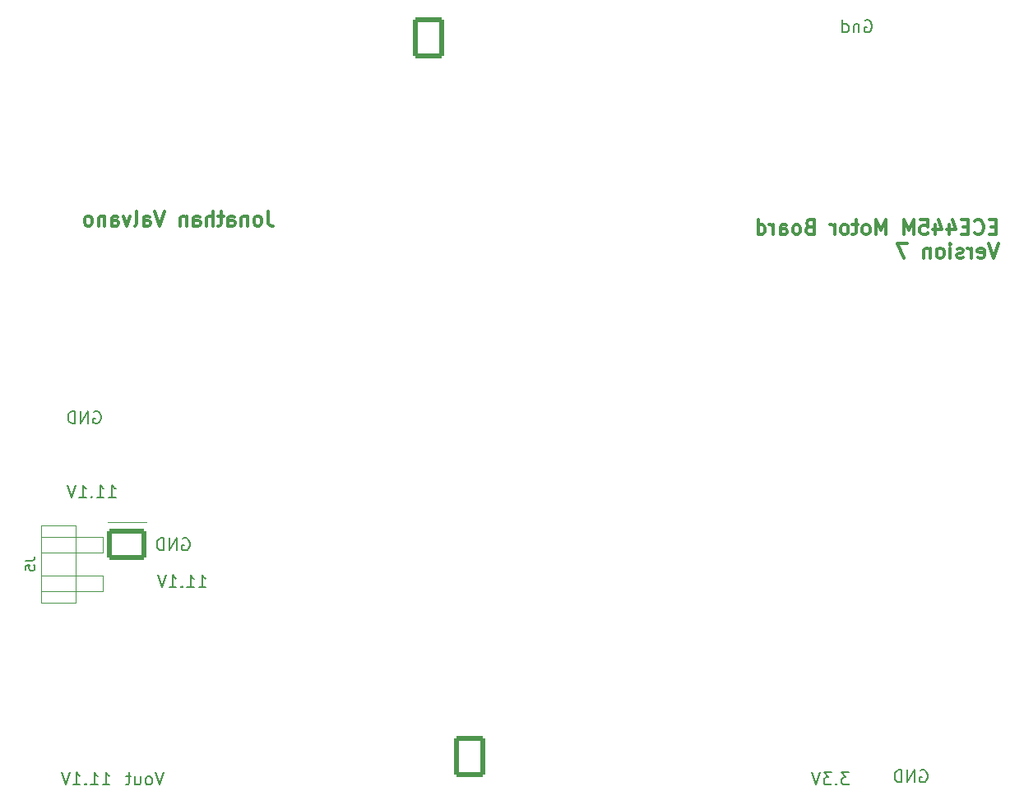
<source format=gbo>
G04 #@! TF.GenerationSoftware,KiCad,Pcbnew,9.0.5*
G04 #@! TF.CreationDate,2025-12-23T11:29:20-06:00*
G04 #@! TF.ProjectId,MotorBoard,4d6f746f-7242-46f6-9172-642e6b696361,v7*
G04 #@! TF.SameCoordinates,Original*
G04 #@! TF.FileFunction,Legend,Bot*
G04 #@! TF.FilePolarity,Positive*
%FSLAX46Y46*%
G04 Gerber Fmt 4.6, Leading zero omitted, Abs format (unit mm)*
G04 Created by KiCad (PCBNEW 9.0.5) date 2025-12-23 11:29:20*
%MOMM*%
%LPD*%
G01*
G04 APERTURE LIST*
G04 Aperture macros list*
%AMRoundRect*
0 Rectangle with rounded corners*
0 $1 Rounding radius*
0 $2 $3 $4 $5 $6 $7 $8 $9 X,Y pos of 4 corners*
0 Add a 4 corners polygon primitive as box body*
4,1,4,$2,$3,$4,$5,$6,$7,$8,$9,$2,$3,0*
0 Add four circle primitives for the rounded corners*
1,1,$1+$1,$2,$3*
1,1,$1+$1,$4,$5*
1,1,$1+$1,$6,$7*
1,1,$1+$1,$8,$9*
0 Add four rect primitives between the rounded corners*
20,1,$1+$1,$2,$3,$4,$5,0*
20,1,$1+$1,$4,$5,$6,$7,0*
20,1,$1+$1,$6,$7,$8,$9,0*
20,1,$1+$1,$8,$9,$2,$3,0*%
G04 Aperture macros list end*
%ADD10C,0.203200*%
%ADD11C,0.300000*%
%ADD12C,0.150000*%
%ADD13C,0.120000*%
%ADD14R,1.700000X1.700000*%
%ADD15O,1.700000X1.700000*%
%ADD16C,1.700000*%
%ADD17RoundRect,0.250000X-1.330000X-1.850000X1.330000X-1.850000X1.330000X1.850000X-1.330000X1.850000X0*%
%ADD18O,3.160000X4.200000*%
%ADD19R,1.778000X1.778000*%
%ADD20C,1.778000*%
%ADD21C,4.318000*%
%ADD22C,1.100000*%
%ADD23R,1.650000X1.650000*%
%ADD24C,1.650000*%
%ADD25RoundRect,0.250000X1.330000X1.850000X-1.330000X1.850000X-1.330000X-1.850000X1.330000X-1.850000X0*%
%ADD26RoundRect,0.250000X-1.800000X1.330000X-1.800000X-1.330000X1.800000X-1.330000X1.800000X1.330000X0*%
%ADD27O,4.100000X3.160000*%
G04 APERTURE END LIST*
D10*
X60578363Y-114769009D02*
X60155030Y-116039009D01*
X60155030Y-116039009D02*
X59731696Y-114769009D01*
X59126935Y-116039009D02*
X59247887Y-115978533D01*
X59247887Y-115978533D02*
X59308364Y-115918056D01*
X59308364Y-115918056D02*
X59368840Y-115797104D01*
X59368840Y-115797104D02*
X59368840Y-115434247D01*
X59368840Y-115434247D02*
X59308364Y-115313294D01*
X59308364Y-115313294D02*
X59247887Y-115252818D01*
X59247887Y-115252818D02*
X59126935Y-115192342D01*
X59126935Y-115192342D02*
X58945506Y-115192342D01*
X58945506Y-115192342D02*
X58824554Y-115252818D01*
X58824554Y-115252818D02*
X58764078Y-115313294D01*
X58764078Y-115313294D02*
X58703602Y-115434247D01*
X58703602Y-115434247D02*
X58703602Y-115797104D01*
X58703602Y-115797104D02*
X58764078Y-115918056D01*
X58764078Y-115918056D02*
X58824554Y-115978533D01*
X58824554Y-115978533D02*
X58945506Y-116039009D01*
X58945506Y-116039009D02*
X59126935Y-116039009D01*
X57615030Y-115192342D02*
X57615030Y-116039009D01*
X58159316Y-115192342D02*
X58159316Y-115857580D01*
X58159316Y-115857580D02*
X58098839Y-115978533D01*
X58098839Y-115978533D02*
X57977887Y-116039009D01*
X57977887Y-116039009D02*
X57796458Y-116039009D01*
X57796458Y-116039009D02*
X57675506Y-115978533D01*
X57675506Y-115978533D02*
X57615030Y-115918056D01*
X57191696Y-115192342D02*
X56707887Y-115192342D01*
X57010268Y-114769009D02*
X57010268Y-115857580D01*
X57010268Y-115857580D02*
X56949791Y-115978533D01*
X56949791Y-115978533D02*
X56828839Y-116039009D01*
X56828839Y-116039009D02*
X56707887Y-116039009D01*
X54905696Y-86448009D02*
X55631411Y-86448009D01*
X55268554Y-86448009D02*
X55268554Y-85178009D01*
X55268554Y-85178009D02*
X55389506Y-85359437D01*
X55389506Y-85359437D02*
X55510458Y-85480390D01*
X55510458Y-85480390D02*
X55631411Y-85540866D01*
X53696172Y-86448009D02*
X54421887Y-86448009D01*
X54059030Y-86448009D02*
X54059030Y-85178009D01*
X54059030Y-85178009D02*
X54179982Y-85359437D01*
X54179982Y-85359437D02*
X54300934Y-85480390D01*
X54300934Y-85480390D02*
X54421887Y-85540866D01*
X53151887Y-86327056D02*
X53091410Y-86387533D01*
X53091410Y-86387533D02*
X53151887Y-86448009D01*
X53151887Y-86448009D02*
X53212363Y-86387533D01*
X53212363Y-86387533D02*
X53151887Y-86327056D01*
X53151887Y-86327056D02*
X53151887Y-86448009D01*
X51881886Y-86448009D02*
X52607601Y-86448009D01*
X52244744Y-86448009D02*
X52244744Y-85178009D01*
X52244744Y-85178009D02*
X52365696Y-85359437D01*
X52365696Y-85359437D02*
X52486648Y-85480390D01*
X52486648Y-85480390D02*
X52607601Y-85540866D01*
X51519029Y-85178009D02*
X51095696Y-86448009D01*
X51095696Y-86448009D02*
X50672362Y-85178009D01*
D11*
X71279917Y-56974828D02*
X71279917Y-58046257D01*
X71279917Y-58046257D02*
X71351346Y-58260542D01*
X71351346Y-58260542D02*
X71494203Y-58403400D01*
X71494203Y-58403400D02*
X71708489Y-58474828D01*
X71708489Y-58474828D02*
X71851346Y-58474828D01*
X70351346Y-58474828D02*
X70494203Y-58403400D01*
X70494203Y-58403400D02*
X70565632Y-58331971D01*
X70565632Y-58331971D02*
X70637060Y-58189114D01*
X70637060Y-58189114D02*
X70637060Y-57760542D01*
X70637060Y-57760542D02*
X70565632Y-57617685D01*
X70565632Y-57617685D02*
X70494203Y-57546257D01*
X70494203Y-57546257D02*
X70351346Y-57474828D01*
X70351346Y-57474828D02*
X70137060Y-57474828D01*
X70137060Y-57474828D02*
X69994203Y-57546257D01*
X69994203Y-57546257D02*
X69922775Y-57617685D01*
X69922775Y-57617685D02*
X69851346Y-57760542D01*
X69851346Y-57760542D02*
X69851346Y-58189114D01*
X69851346Y-58189114D02*
X69922775Y-58331971D01*
X69922775Y-58331971D02*
X69994203Y-58403400D01*
X69994203Y-58403400D02*
X70137060Y-58474828D01*
X70137060Y-58474828D02*
X70351346Y-58474828D01*
X69208489Y-57474828D02*
X69208489Y-58474828D01*
X69208489Y-57617685D02*
X69137060Y-57546257D01*
X69137060Y-57546257D02*
X68994203Y-57474828D01*
X68994203Y-57474828D02*
X68779917Y-57474828D01*
X68779917Y-57474828D02*
X68637060Y-57546257D01*
X68637060Y-57546257D02*
X68565632Y-57689114D01*
X68565632Y-57689114D02*
X68565632Y-58474828D01*
X67208489Y-58474828D02*
X67208489Y-57689114D01*
X67208489Y-57689114D02*
X67279917Y-57546257D01*
X67279917Y-57546257D02*
X67422774Y-57474828D01*
X67422774Y-57474828D02*
X67708489Y-57474828D01*
X67708489Y-57474828D02*
X67851346Y-57546257D01*
X67208489Y-58403400D02*
X67351346Y-58474828D01*
X67351346Y-58474828D02*
X67708489Y-58474828D01*
X67708489Y-58474828D02*
X67851346Y-58403400D01*
X67851346Y-58403400D02*
X67922774Y-58260542D01*
X67922774Y-58260542D02*
X67922774Y-58117685D01*
X67922774Y-58117685D02*
X67851346Y-57974828D01*
X67851346Y-57974828D02*
X67708489Y-57903400D01*
X67708489Y-57903400D02*
X67351346Y-57903400D01*
X67351346Y-57903400D02*
X67208489Y-57831971D01*
X66708488Y-57474828D02*
X66137060Y-57474828D01*
X66494203Y-56974828D02*
X66494203Y-58260542D01*
X66494203Y-58260542D02*
X66422774Y-58403400D01*
X66422774Y-58403400D02*
X66279917Y-58474828D01*
X66279917Y-58474828D02*
X66137060Y-58474828D01*
X65637060Y-58474828D02*
X65637060Y-56974828D01*
X64994203Y-58474828D02*
X64994203Y-57689114D01*
X64994203Y-57689114D02*
X65065631Y-57546257D01*
X65065631Y-57546257D02*
X65208488Y-57474828D01*
X65208488Y-57474828D02*
X65422774Y-57474828D01*
X65422774Y-57474828D02*
X65565631Y-57546257D01*
X65565631Y-57546257D02*
X65637060Y-57617685D01*
X63637060Y-58474828D02*
X63637060Y-57689114D01*
X63637060Y-57689114D02*
X63708488Y-57546257D01*
X63708488Y-57546257D02*
X63851345Y-57474828D01*
X63851345Y-57474828D02*
X64137060Y-57474828D01*
X64137060Y-57474828D02*
X64279917Y-57546257D01*
X63637060Y-58403400D02*
X63779917Y-58474828D01*
X63779917Y-58474828D02*
X64137060Y-58474828D01*
X64137060Y-58474828D02*
X64279917Y-58403400D01*
X64279917Y-58403400D02*
X64351345Y-58260542D01*
X64351345Y-58260542D02*
X64351345Y-58117685D01*
X64351345Y-58117685D02*
X64279917Y-57974828D01*
X64279917Y-57974828D02*
X64137060Y-57903400D01*
X64137060Y-57903400D02*
X63779917Y-57903400D01*
X63779917Y-57903400D02*
X63637060Y-57831971D01*
X62922774Y-57474828D02*
X62922774Y-58474828D01*
X62922774Y-57617685D02*
X62851345Y-57546257D01*
X62851345Y-57546257D02*
X62708488Y-57474828D01*
X62708488Y-57474828D02*
X62494202Y-57474828D01*
X62494202Y-57474828D02*
X62351345Y-57546257D01*
X62351345Y-57546257D02*
X62279917Y-57689114D01*
X62279917Y-57689114D02*
X62279917Y-58474828D01*
X60637059Y-56974828D02*
X60137059Y-58474828D01*
X60137059Y-58474828D02*
X59637059Y-56974828D01*
X58494203Y-58474828D02*
X58494203Y-57689114D01*
X58494203Y-57689114D02*
X58565631Y-57546257D01*
X58565631Y-57546257D02*
X58708488Y-57474828D01*
X58708488Y-57474828D02*
X58994203Y-57474828D01*
X58994203Y-57474828D02*
X59137060Y-57546257D01*
X58494203Y-58403400D02*
X58637060Y-58474828D01*
X58637060Y-58474828D02*
X58994203Y-58474828D01*
X58994203Y-58474828D02*
X59137060Y-58403400D01*
X59137060Y-58403400D02*
X59208488Y-58260542D01*
X59208488Y-58260542D02*
X59208488Y-58117685D01*
X59208488Y-58117685D02*
X59137060Y-57974828D01*
X59137060Y-57974828D02*
X58994203Y-57903400D01*
X58994203Y-57903400D02*
X58637060Y-57903400D01*
X58637060Y-57903400D02*
X58494203Y-57831971D01*
X57565631Y-58474828D02*
X57708488Y-58403400D01*
X57708488Y-58403400D02*
X57779917Y-58260542D01*
X57779917Y-58260542D02*
X57779917Y-56974828D01*
X57137060Y-57474828D02*
X56779917Y-58474828D01*
X56779917Y-58474828D02*
X56422774Y-57474828D01*
X55208489Y-58474828D02*
X55208489Y-57689114D01*
X55208489Y-57689114D02*
X55279917Y-57546257D01*
X55279917Y-57546257D02*
X55422774Y-57474828D01*
X55422774Y-57474828D02*
X55708489Y-57474828D01*
X55708489Y-57474828D02*
X55851346Y-57546257D01*
X55208489Y-58403400D02*
X55351346Y-58474828D01*
X55351346Y-58474828D02*
X55708489Y-58474828D01*
X55708489Y-58474828D02*
X55851346Y-58403400D01*
X55851346Y-58403400D02*
X55922774Y-58260542D01*
X55922774Y-58260542D02*
X55922774Y-58117685D01*
X55922774Y-58117685D02*
X55851346Y-57974828D01*
X55851346Y-57974828D02*
X55708489Y-57903400D01*
X55708489Y-57903400D02*
X55351346Y-57903400D01*
X55351346Y-57903400D02*
X55208489Y-57831971D01*
X54494203Y-57474828D02*
X54494203Y-58474828D01*
X54494203Y-57617685D02*
X54422774Y-57546257D01*
X54422774Y-57546257D02*
X54279917Y-57474828D01*
X54279917Y-57474828D02*
X54065631Y-57474828D01*
X54065631Y-57474828D02*
X53922774Y-57546257D01*
X53922774Y-57546257D02*
X53851346Y-57689114D01*
X53851346Y-57689114D02*
X53851346Y-58474828D01*
X52922774Y-58474828D02*
X53065631Y-58403400D01*
X53065631Y-58403400D02*
X53137060Y-58331971D01*
X53137060Y-58331971D02*
X53208488Y-58189114D01*
X53208488Y-58189114D02*
X53208488Y-57760542D01*
X53208488Y-57760542D02*
X53137060Y-57617685D01*
X53137060Y-57617685D02*
X53065631Y-57546257D01*
X53065631Y-57546257D02*
X52922774Y-57474828D01*
X52922774Y-57474828D02*
X52708488Y-57474828D01*
X52708488Y-57474828D02*
X52565631Y-57546257D01*
X52565631Y-57546257D02*
X52494203Y-57617685D01*
X52494203Y-57617685D02*
X52422774Y-57760542D01*
X52422774Y-57760542D02*
X52422774Y-58189114D01*
X52422774Y-58189114D02*
X52494203Y-58331971D01*
X52494203Y-58331971D02*
X52565631Y-58403400D01*
X52565631Y-58403400D02*
X52708488Y-58474828D01*
X52708488Y-58474828D02*
X52922774Y-58474828D01*
D10*
X64176696Y-95719009D02*
X64902411Y-95719009D01*
X64539554Y-95719009D02*
X64539554Y-94449009D01*
X64539554Y-94449009D02*
X64660506Y-94630437D01*
X64660506Y-94630437D02*
X64781458Y-94751390D01*
X64781458Y-94751390D02*
X64902411Y-94811866D01*
X62967172Y-95719009D02*
X63692887Y-95719009D01*
X63330030Y-95719009D02*
X63330030Y-94449009D01*
X63330030Y-94449009D02*
X63450982Y-94630437D01*
X63450982Y-94630437D02*
X63571934Y-94751390D01*
X63571934Y-94751390D02*
X63692887Y-94811866D01*
X62422887Y-95598056D02*
X62362410Y-95658533D01*
X62362410Y-95658533D02*
X62422887Y-95719009D01*
X62422887Y-95719009D02*
X62483363Y-95658533D01*
X62483363Y-95658533D02*
X62422887Y-95598056D01*
X62422887Y-95598056D02*
X62422887Y-95719009D01*
X61152886Y-95719009D02*
X61878601Y-95719009D01*
X61515744Y-95719009D02*
X61515744Y-94449009D01*
X61515744Y-94449009D02*
X61636696Y-94630437D01*
X61636696Y-94630437D02*
X61757648Y-94751390D01*
X61757648Y-94751390D02*
X61878601Y-94811866D01*
X60790029Y-94449009D02*
X60366696Y-95719009D01*
X60366696Y-95719009D02*
X59943362Y-94449009D01*
X54265696Y-116039009D02*
X54991411Y-116039009D01*
X54628554Y-116039009D02*
X54628554Y-114769009D01*
X54628554Y-114769009D02*
X54749506Y-114950437D01*
X54749506Y-114950437D02*
X54870458Y-115071390D01*
X54870458Y-115071390D02*
X54991411Y-115131866D01*
X53056172Y-116039009D02*
X53781887Y-116039009D01*
X53419030Y-116039009D02*
X53419030Y-114769009D01*
X53419030Y-114769009D02*
X53539982Y-114950437D01*
X53539982Y-114950437D02*
X53660934Y-115071390D01*
X53660934Y-115071390D02*
X53781887Y-115131866D01*
X52511887Y-115918056D02*
X52451410Y-115978533D01*
X52451410Y-115978533D02*
X52511887Y-116039009D01*
X52511887Y-116039009D02*
X52572363Y-115978533D01*
X52572363Y-115978533D02*
X52511887Y-115918056D01*
X52511887Y-115918056D02*
X52511887Y-116039009D01*
X51241886Y-116039009D02*
X51967601Y-116039009D01*
X51604744Y-116039009D02*
X51604744Y-114769009D01*
X51604744Y-114769009D02*
X51725696Y-114950437D01*
X51725696Y-114950437D02*
X51846648Y-115071390D01*
X51846648Y-115071390D02*
X51967601Y-115131866D01*
X50879029Y-114769009D02*
X50455696Y-116039009D01*
X50455696Y-116039009D02*
X50032362Y-114769009D01*
D11*
X146257489Y-58576198D02*
X145757489Y-58576198D01*
X145543203Y-59361912D02*
X146257489Y-59361912D01*
X146257489Y-59361912D02*
X146257489Y-57861912D01*
X146257489Y-57861912D02*
X145543203Y-57861912D01*
X144043203Y-59219055D02*
X144114631Y-59290484D01*
X144114631Y-59290484D02*
X144328917Y-59361912D01*
X144328917Y-59361912D02*
X144471774Y-59361912D01*
X144471774Y-59361912D02*
X144686060Y-59290484D01*
X144686060Y-59290484D02*
X144828917Y-59147626D01*
X144828917Y-59147626D02*
X144900346Y-59004769D01*
X144900346Y-59004769D02*
X144971774Y-58719055D01*
X144971774Y-58719055D02*
X144971774Y-58504769D01*
X144971774Y-58504769D02*
X144900346Y-58219055D01*
X144900346Y-58219055D02*
X144828917Y-58076198D01*
X144828917Y-58076198D02*
X144686060Y-57933341D01*
X144686060Y-57933341D02*
X144471774Y-57861912D01*
X144471774Y-57861912D02*
X144328917Y-57861912D01*
X144328917Y-57861912D02*
X144114631Y-57933341D01*
X144114631Y-57933341D02*
X144043203Y-58004769D01*
X143400346Y-58576198D02*
X142900346Y-58576198D01*
X142686060Y-59361912D02*
X143400346Y-59361912D01*
X143400346Y-59361912D02*
X143400346Y-57861912D01*
X143400346Y-57861912D02*
X142686060Y-57861912D01*
X141400346Y-58361912D02*
X141400346Y-59361912D01*
X141757488Y-57790484D02*
X142114631Y-58861912D01*
X142114631Y-58861912D02*
X141186060Y-58861912D01*
X139971775Y-58361912D02*
X139971775Y-59361912D01*
X140328917Y-57790484D02*
X140686060Y-58861912D01*
X140686060Y-58861912D02*
X139757489Y-58861912D01*
X138471775Y-57861912D02*
X139186061Y-57861912D01*
X139186061Y-57861912D02*
X139257489Y-58576198D01*
X139257489Y-58576198D02*
X139186061Y-58504769D01*
X139186061Y-58504769D02*
X139043204Y-58433341D01*
X139043204Y-58433341D02*
X138686061Y-58433341D01*
X138686061Y-58433341D02*
X138543204Y-58504769D01*
X138543204Y-58504769D02*
X138471775Y-58576198D01*
X138471775Y-58576198D02*
X138400346Y-58719055D01*
X138400346Y-58719055D02*
X138400346Y-59076198D01*
X138400346Y-59076198D02*
X138471775Y-59219055D01*
X138471775Y-59219055D02*
X138543204Y-59290484D01*
X138543204Y-59290484D02*
X138686061Y-59361912D01*
X138686061Y-59361912D02*
X139043204Y-59361912D01*
X139043204Y-59361912D02*
X139186061Y-59290484D01*
X139186061Y-59290484D02*
X139257489Y-59219055D01*
X137757490Y-59361912D02*
X137757490Y-57861912D01*
X137757490Y-57861912D02*
X137257490Y-58933341D01*
X137257490Y-58933341D02*
X136757490Y-57861912D01*
X136757490Y-57861912D02*
X136757490Y-59361912D01*
X134900347Y-59361912D02*
X134900347Y-57861912D01*
X134900347Y-57861912D02*
X134400347Y-58933341D01*
X134400347Y-58933341D02*
X133900347Y-57861912D01*
X133900347Y-57861912D02*
X133900347Y-59361912D01*
X132971775Y-59361912D02*
X133114632Y-59290484D01*
X133114632Y-59290484D02*
X133186061Y-59219055D01*
X133186061Y-59219055D02*
X133257489Y-59076198D01*
X133257489Y-59076198D02*
X133257489Y-58647626D01*
X133257489Y-58647626D02*
X133186061Y-58504769D01*
X133186061Y-58504769D02*
X133114632Y-58433341D01*
X133114632Y-58433341D02*
X132971775Y-58361912D01*
X132971775Y-58361912D02*
X132757489Y-58361912D01*
X132757489Y-58361912D02*
X132614632Y-58433341D01*
X132614632Y-58433341D02*
X132543204Y-58504769D01*
X132543204Y-58504769D02*
X132471775Y-58647626D01*
X132471775Y-58647626D02*
X132471775Y-59076198D01*
X132471775Y-59076198D02*
X132543204Y-59219055D01*
X132543204Y-59219055D02*
X132614632Y-59290484D01*
X132614632Y-59290484D02*
X132757489Y-59361912D01*
X132757489Y-59361912D02*
X132971775Y-59361912D01*
X132043203Y-58361912D02*
X131471775Y-58361912D01*
X131828918Y-57861912D02*
X131828918Y-59147626D01*
X131828918Y-59147626D02*
X131757489Y-59290484D01*
X131757489Y-59290484D02*
X131614632Y-59361912D01*
X131614632Y-59361912D02*
X131471775Y-59361912D01*
X130757489Y-59361912D02*
X130900346Y-59290484D01*
X130900346Y-59290484D02*
X130971775Y-59219055D01*
X130971775Y-59219055D02*
X131043203Y-59076198D01*
X131043203Y-59076198D02*
X131043203Y-58647626D01*
X131043203Y-58647626D02*
X130971775Y-58504769D01*
X130971775Y-58504769D02*
X130900346Y-58433341D01*
X130900346Y-58433341D02*
X130757489Y-58361912D01*
X130757489Y-58361912D02*
X130543203Y-58361912D01*
X130543203Y-58361912D02*
X130400346Y-58433341D01*
X130400346Y-58433341D02*
X130328918Y-58504769D01*
X130328918Y-58504769D02*
X130257489Y-58647626D01*
X130257489Y-58647626D02*
X130257489Y-59076198D01*
X130257489Y-59076198D02*
X130328918Y-59219055D01*
X130328918Y-59219055D02*
X130400346Y-59290484D01*
X130400346Y-59290484D02*
X130543203Y-59361912D01*
X130543203Y-59361912D02*
X130757489Y-59361912D01*
X129614632Y-59361912D02*
X129614632Y-58361912D01*
X129614632Y-58647626D02*
X129543203Y-58504769D01*
X129543203Y-58504769D02*
X129471775Y-58433341D01*
X129471775Y-58433341D02*
X129328917Y-58361912D01*
X129328917Y-58361912D02*
X129186060Y-58361912D01*
X127043204Y-58576198D02*
X126828918Y-58647626D01*
X126828918Y-58647626D02*
X126757489Y-58719055D01*
X126757489Y-58719055D02*
X126686061Y-58861912D01*
X126686061Y-58861912D02*
X126686061Y-59076198D01*
X126686061Y-59076198D02*
X126757489Y-59219055D01*
X126757489Y-59219055D02*
X126828918Y-59290484D01*
X126828918Y-59290484D02*
X126971775Y-59361912D01*
X126971775Y-59361912D02*
X127543204Y-59361912D01*
X127543204Y-59361912D02*
X127543204Y-57861912D01*
X127543204Y-57861912D02*
X127043204Y-57861912D01*
X127043204Y-57861912D02*
X126900347Y-57933341D01*
X126900347Y-57933341D02*
X126828918Y-58004769D01*
X126828918Y-58004769D02*
X126757489Y-58147626D01*
X126757489Y-58147626D02*
X126757489Y-58290484D01*
X126757489Y-58290484D02*
X126828918Y-58433341D01*
X126828918Y-58433341D02*
X126900347Y-58504769D01*
X126900347Y-58504769D02*
X127043204Y-58576198D01*
X127043204Y-58576198D02*
X127543204Y-58576198D01*
X125828918Y-59361912D02*
X125971775Y-59290484D01*
X125971775Y-59290484D02*
X126043204Y-59219055D01*
X126043204Y-59219055D02*
X126114632Y-59076198D01*
X126114632Y-59076198D02*
X126114632Y-58647626D01*
X126114632Y-58647626D02*
X126043204Y-58504769D01*
X126043204Y-58504769D02*
X125971775Y-58433341D01*
X125971775Y-58433341D02*
X125828918Y-58361912D01*
X125828918Y-58361912D02*
X125614632Y-58361912D01*
X125614632Y-58361912D02*
X125471775Y-58433341D01*
X125471775Y-58433341D02*
X125400347Y-58504769D01*
X125400347Y-58504769D02*
X125328918Y-58647626D01*
X125328918Y-58647626D02*
X125328918Y-59076198D01*
X125328918Y-59076198D02*
X125400347Y-59219055D01*
X125400347Y-59219055D02*
X125471775Y-59290484D01*
X125471775Y-59290484D02*
X125614632Y-59361912D01*
X125614632Y-59361912D02*
X125828918Y-59361912D01*
X124043204Y-59361912D02*
X124043204Y-58576198D01*
X124043204Y-58576198D02*
X124114632Y-58433341D01*
X124114632Y-58433341D02*
X124257489Y-58361912D01*
X124257489Y-58361912D02*
X124543204Y-58361912D01*
X124543204Y-58361912D02*
X124686061Y-58433341D01*
X124043204Y-59290484D02*
X124186061Y-59361912D01*
X124186061Y-59361912D02*
X124543204Y-59361912D01*
X124543204Y-59361912D02*
X124686061Y-59290484D01*
X124686061Y-59290484D02*
X124757489Y-59147626D01*
X124757489Y-59147626D02*
X124757489Y-59004769D01*
X124757489Y-59004769D02*
X124686061Y-58861912D01*
X124686061Y-58861912D02*
X124543204Y-58790484D01*
X124543204Y-58790484D02*
X124186061Y-58790484D01*
X124186061Y-58790484D02*
X124043204Y-58719055D01*
X123328918Y-59361912D02*
X123328918Y-58361912D01*
X123328918Y-58647626D02*
X123257489Y-58504769D01*
X123257489Y-58504769D02*
X123186061Y-58433341D01*
X123186061Y-58433341D02*
X123043203Y-58361912D01*
X123043203Y-58361912D02*
X122900346Y-58361912D01*
X121757490Y-59361912D02*
X121757490Y-57861912D01*
X121757490Y-59290484D02*
X121900347Y-59361912D01*
X121900347Y-59361912D02*
X122186061Y-59361912D01*
X122186061Y-59361912D02*
X122328918Y-59290484D01*
X122328918Y-59290484D02*
X122400347Y-59219055D01*
X122400347Y-59219055D02*
X122471775Y-59076198D01*
X122471775Y-59076198D02*
X122471775Y-58647626D01*
X122471775Y-58647626D02*
X122400347Y-58504769D01*
X122400347Y-58504769D02*
X122328918Y-58433341D01*
X122328918Y-58433341D02*
X122186061Y-58361912D01*
X122186061Y-58361912D02*
X121900347Y-58361912D01*
X121900347Y-58361912D02*
X121757490Y-58433341D01*
X146471774Y-60276828D02*
X145971774Y-61776828D01*
X145971774Y-61776828D02*
X145471774Y-60276828D01*
X144400346Y-61705400D02*
X144543203Y-61776828D01*
X144543203Y-61776828D02*
X144828918Y-61776828D01*
X144828918Y-61776828D02*
X144971775Y-61705400D01*
X144971775Y-61705400D02*
X145043203Y-61562542D01*
X145043203Y-61562542D02*
X145043203Y-60991114D01*
X145043203Y-60991114D02*
X144971775Y-60848257D01*
X144971775Y-60848257D02*
X144828918Y-60776828D01*
X144828918Y-60776828D02*
X144543203Y-60776828D01*
X144543203Y-60776828D02*
X144400346Y-60848257D01*
X144400346Y-60848257D02*
X144328918Y-60991114D01*
X144328918Y-60991114D02*
X144328918Y-61133971D01*
X144328918Y-61133971D02*
X145043203Y-61276828D01*
X143686061Y-61776828D02*
X143686061Y-60776828D01*
X143686061Y-61062542D02*
X143614632Y-60919685D01*
X143614632Y-60919685D02*
X143543204Y-60848257D01*
X143543204Y-60848257D02*
X143400346Y-60776828D01*
X143400346Y-60776828D02*
X143257489Y-60776828D01*
X142828918Y-61705400D02*
X142686061Y-61776828D01*
X142686061Y-61776828D02*
X142400347Y-61776828D01*
X142400347Y-61776828D02*
X142257490Y-61705400D01*
X142257490Y-61705400D02*
X142186061Y-61562542D01*
X142186061Y-61562542D02*
X142186061Y-61491114D01*
X142186061Y-61491114D02*
X142257490Y-61348257D01*
X142257490Y-61348257D02*
X142400347Y-61276828D01*
X142400347Y-61276828D02*
X142614633Y-61276828D01*
X142614633Y-61276828D02*
X142757490Y-61205400D01*
X142757490Y-61205400D02*
X142828918Y-61062542D01*
X142828918Y-61062542D02*
X142828918Y-60991114D01*
X142828918Y-60991114D02*
X142757490Y-60848257D01*
X142757490Y-60848257D02*
X142614633Y-60776828D01*
X142614633Y-60776828D02*
X142400347Y-60776828D01*
X142400347Y-60776828D02*
X142257490Y-60848257D01*
X141543204Y-61776828D02*
X141543204Y-60776828D01*
X141543204Y-60276828D02*
X141614632Y-60348257D01*
X141614632Y-60348257D02*
X141543204Y-60419685D01*
X141543204Y-60419685D02*
X141471775Y-60348257D01*
X141471775Y-60348257D02*
X141543204Y-60276828D01*
X141543204Y-60276828D02*
X141543204Y-60419685D01*
X140614632Y-61776828D02*
X140757489Y-61705400D01*
X140757489Y-61705400D02*
X140828918Y-61633971D01*
X140828918Y-61633971D02*
X140900346Y-61491114D01*
X140900346Y-61491114D02*
X140900346Y-61062542D01*
X140900346Y-61062542D02*
X140828918Y-60919685D01*
X140828918Y-60919685D02*
X140757489Y-60848257D01*
X140757489Y-60848257D02*
X140614632Y-60776828D01*
X140614632Y-60776828D02*
X140400346Y-60776828D01*
X140400346Y-60776828D02*
X140257489Y-60848257D01*
X140257489Y-60848257D02*
X140186061Y-60919685D01*
X140186061Y-60919685D02*
X140114632Y-61062542D01*
X140114632Y-61062542D02*
X140114632Y-61491114D01*
X140114632Y-61491114D02*
X140186061Y-61633971D01*
X140186061Y-61633971D02*
X140257489Y-61705400D01*
X140257489Y-61705400D02*
X140400346Y-61776828D01*
X140400346Y-61776828D02*
X140614632Y-61776828D01*
X139471775Y-60776828D02*
X139471775Y-61776828D01*
X139471775Y-60919685D02*
X139400346Y-60848257D01*
X139400346Y-60848257D02*
X139257489Y-60776828D01*
X139257489Y-60776828D02*
X139043203Y-60776828D01*
X139043203Y-60776828D02*
X138900346Y-60848257D01*
X138900346Y-60848257D02*
X138828918Y-60991114D01*
X138828918Y-60991114D02*
X138828918Y-61776828D01*
X137114632Y-60276828D02*
X136114632Y-60276828D01*
X136114632Y-60276828D02*
X136757489Y-61776828D01*
D10*
X132756696Y-37359485D02*
X132877649Y-37299009D01*
X132877649Y-37299009D02*
X133059077Y-37299009D01*
X133059077Y-37299009D02*
X133240506Y-37359485D01*
X133240506Y-37359485D02*
X133361458Y-37480437D01*
X133361458Y-37480437D02*
X133421935Y-37601390D01*
X133421935Y-37601390D02*
X133482411Y-37843294D01*
X133482411Y-37843294D02*
X133482411Y-38024723D01*
X133482411Y-38024723D02*
X133421935Y-38266628D01*
X133421935Y-38266628D02*
X133361458Y-38387580D01*
X133361458Y-38387580D02*
X133240506Y-38508533D01*
X133240506Y-38508533D02*
X133059077Y-38569009D01*
X133059077Y-38569009D02*
X132938125Y-38569009D01*
X132938125Y-38569009D02*
X132756696Y-38508533D01*
X132756696Y-38508533D02*
X132696220Y-38448056D01*
X132696220Y-38448056D02*
X132696220Y-38024723D01*
X132696220Y-38024723D02*
X132938125Y-38024723D01*
X132151935Y-37722342D02*
X132151935Y-38569009D01*
X132151935Y-37843294D02*
X132091458Y-37782818D01*
X132091458Y-37782818D02*
X131970506Y-37722342D01*
X131970506Y-37722342D02*
X131789077Y-37722342D01*
X131789077Y-37722342D02*
X131668125Y-37782818D01*
X131668125Y-37782818D02*
X131607649Y-37903771D01*
X131607649Y-37903771D02*
X131607649Y-38569009D01*
X130458601Y-38569009D02*
X130458601Y-37299009D01*
X130458601Y-38508533D02*
X130579553Y-38569009D01*
X130579553Y-38569009D02*
X130821458Y-38569009D01*
X130821458Y-38569009D02*
X130942410Y-38508533D01*
X130942410Y-38508533D02*
X131002887Y-38448056D01*
X131002887Y-38448056D02*
X131063363Y-38327104D01*
X131063363Y-38327104D02*
X131063363Y-37964247D01*
X131063363Y-37964247D02*
X131002887Y-37843294D01*
X131002887Y-37843294D02*
X130942410Y-37782818D01*
X130942410Y-37782818D02*
X130821458Y-37722342D01*
X130821458Y-37722342D02*
X130579553Y-37722342D01*
X130579553Y-37722342D02*
X130458601Y-37782818D01*
X138471696Y-114575485D02*
X138592649Y-114515009D01*
X138592649Y-114515009D02*
X138774077Y-114515009D01*
X138774077Y-114515009D02*
X138955506Y-114575485D01*
X138955506Y-114575485D02*
X139076458Y-114696437D01*
X139076458Y-114696437D02*
X139136935Y-114817390D01*
X139136935Y-114817390D02*
X139197411Y-115059294D01*
X139197411Y-115059294D02*
X139197411Y-115240723D01*
X139197411Y-115240723D02*
X139136935Y-115482628D01*
X139136935Y-115482628D02*
X139076458Y-115603580D01*
X139076458Y-115603580D02*
X138955506Y-115724533D01*
X138955506Y-115724533D02*
X138774077Y-115785009D01*
X138774077Y-115785009D02*
X138653125Y-115785009D01*
X138653125Y-115785009D02*
X138471696Y-115724533D01*
X138471696Y-115724533D02*
X138411220Y-115664056D01*
X138411220Y-115664056D02*
X138411220Y-115240723D01*
X138411220Y-115240723D02*
X138653125Y-115240723D01*
X137866935Y-115785009D02*
X137866935Y-114515009D01*
X137866935Y-114515009D02*
X137141220Y-115785009D01*
X137141220Y-115785009D02*
X137141220Y-114515009D01*
X136536459Y-115785009D02*
X136536459Y-114515009D01*
X136536459Y-114515009D02*
X136234078Y-114515009D01*
X136234078Y-114515009D02*
X136052649Y-114575485D01*
X136052649Y-114575485D02*
X135931697Y-114696437D01*
X135931697Y-114696437D02*
X135871220Y-114817390D01*
X135871220Y-114817390D02*
X135810744Y-115059294D01*
X135810744Y-115059294D02*
X135810744Y-115240723D01*
X135810744Y-115240723D02*
X135871220Y-115482628D01*
X135871220Y-115482628D02*
X135931697Y-115603580D01*
X135931697Y-115603580D02*
X136052649Y-115724533D01*
X136052649Y-115724533D02*
X136234078Y-115785009D01*
X136234078Y-115785009D02*
X136536459Y-115785009D01*
X53381696Y-77618485D02*
X53502649Y-77558009D01*
X53502649Y-77558009D02*
X53684077Y-77558009D01*
X53684077Y-77558009D02*
X53865506Y-77618485D01*
X53865506Y-77618485D02*
X53986458Y-77739437D01*
X53986458Y-77739437D02*
X54046935Y-77860390D01*
X54046935Y-77860390D02*
X54107411Y-78102294D01*
X54107411Y-78102294D02*
X54107411Y-78283723D01*
X54107411Y-78283723D02*
X54046935Y-78525628D01*
X54046935Y-78525628D02*
X53986458Y-78646580D01*
X53986458Y-78646580D02*
X53865506Y-78767533D01*
X53865506Y-78767533D02*
X53684077Y-78828009D01*
X53684077Y-78828009D02*
X53563125Y-78828009D01*
X53563125Y-78828009D02*
X53381696Y-78767533D01*
X53381696Y-78767533D02*
X53321220Y-78707056D01*
X53321220Y-78707056D02*
X53321220Y-78283723D01*
X53321220Y-78283723D02*
X53563125Y-78283723D01*
X52776935Y-78828009D02*
X52776935Y-77558009D01*
X52776935Y-77558009D02*
X52051220Y-78828009D01*
X52051220Y-78828009D02*
X52051220Y-77558009D01*
X51446459Y-78828009D02*
X51446459Y-77558009D01*
X51446459Y-77558009D02*
X51144078Y-77558009D01*
X51144078Y-77558009D02*
X50962649Y-77618485D01*
X50962649Y-77618485D02*
X50841697Y-77739437D01*
X50841697Y-77739437D02*
X50781220Y-77860390D01*
X50781220Y-77860390D02*
X50720744Y-78102294D01*
X50720744Y-78102294D02*
X50720744Y-78283723D01*
X50720744Y-78283723D02*
X50781220Y-78525628D01*
X50781220Y-78525628D02*
X50841697Y-78646580D01*
X50841697Y-78646580D02*
X50962649Y-78767533D01*
X50962649Y-78767533D02*
X51144078Y-78828009D01*
X51144078Y-78828009D02*
X51446459Y-78828009D01*
X62525696Y-90699485D02*
X62646649Y-90639009D01*
X62646649Y-90639009D02*
X62828077Y-90639009D01*
X62828077Y-90639009D02*
X63009506Y-90699485D01*
X63009506Y-90699485D02*
X63130458Y-90820437D01*
X63130458Y-90820437D02*
X63190935Y-90941390D01*
X63190935Y-90941390D02*
X63251411Y-91183294D01*
X63251411Y-91183294D02*
X63251411Y-91364723D01*
X63251411Y-91364723D02*
X63190935Y-91606628D01*
X63190935Y-91606628D02*
X63130458Y-91727580D01*
X63130458Y-91727580D02*
X63009506Y-91848533D01*
X63009506Y-91848533D02*
X62828077Y-91909009D01*
X62828077Y-91909009D02*
X62707125Y-91909009D01*
X62707125Y-91909009D02*
X62525696Y-91848533D01*
X62525696Y-91848533D02*
X62465220Y-91788056D01*
X62465220Y-91788056D02*
X62465220Y-91364723D01*
X62465220Y-91364723D02*
X62707125Y-91364723D01*
X61920935Y-91909009D02*
X61920935Y-90639009D01*
X61920935Y-90639009D02*
X61195220Y-91909009D01*
X61195220Y-91909009D02*
X61195220Y-90639009D01*
X60590459Y-91909009D02*
X60590459Y-90639009D01*
X60590459Y-90639009D02*
X60288078Y-90639009D01*
X60288078Y-90639009D02*
X60106649Y-90699485D01*
X60106649Y-90699485D02*
X59985697Y-90820437D01*
X59985697Y-90820437D02*
X59925220Y-90941390D01*
X59925220Y-90941390D02*
X59864744Y-91183294D01*
X59864744Y-91183294D02*
X59864744Y-91364723D01*
X59864744Y-91364723D02*
X59925220Y-91606628D01*
X59925220Y-91606628D02*
X59985697Y-91727580D01*
X59985697Y-91727580D02*
X60106649Y-91848533D01*
X60106649Y-91848533D02*
X60288078Y-91909009D01*
X60288078Y-91909009D02*
X60590459Y-91909009D01*
X131129887Y-114769009D02*
X130343696Y-114769009D01*
X130343696Y-114769009D02*
X130767030Y-115252818D01*
X130767030Y-115252818D02*
X130585601Y-115252818D01*
X130585601Y-115252818D02*
X130464649Y-115313294D01*
X130464649Y-115313294D02*
X130404173Y-115373771D01*
X130404173Y-115373771D02*
X130343696Y-115494723D01*
X130343696Y-115494723D02*
X130343696Y-115797104D01*
X130343696Y-115797104D02*
X130404173Y-115918056D01*
X130404173Y-115918056D02*
X130464649Y-115978533D01*
X130464649Y-115978533D02*
X130585601Y-116039009D01*
X130585601Y-116039009D02*
X130948458Y-116039009D01*
X130948458Y-116039009D02*
X131069411Y-115978533D01*
X131069411Y-115978533D02*
X131129887Y-115918056D01*
X129799411Y-115918056D02*
X129738934Y-115978533D01*
X129738934Y-115978533D02*
X129799411Y-116039009D01*
X129799411Y-116039009D02*
X129859887Y-115978533D01*
X129859887Y-115978533D02*
X129799411Y-115918056D01*
X129799411Y-115918056D02*
X129799411Y-116039009D01*
X129315601Y-114769009D02*
X128529410Y-114769009D01*
X128529410Y-114769009D02*
X128952744Y-115252818D01*
X128952744Y-115252818D02*
X128771315Y-115252818D01*
X128771315Y-115252818D02*
X128650363Y-115313294D01*
X128650363Y-115313294D02*
X128589887Y-115373771D01*
X128589887Y-115373771D02*
X128529410Y-115494723D01*
X128529410Y-115494723D02*
X128529410Y-115797104D01*
X128529410Y-115797104D02*
X128589887Y-115918056D01*
X128589887Y-115918056D02*
X128650363Y-115978533D01*
X128650363Y-115978533D02*
X128771315Y-116039009D01*
X128771315Y-116039009D02*
X129134172Y-116039009D01*
X129134172Y-116039009D02*
X129255125Y-115978533D01*
X129255125Y-115978533D02*
X129315601Y-115918056D01*
X128166553Y-114769009D02*
X127743220Y-116039009D01*
X127743220Y-116039009D02*
X127319886Y-114769009D01*
D12*
X46303819Y-92959666D02*
X47018104Y-92959666D01*
X47018104Y-92959666D02*
X47160961Y-92912047D01*
X47160961Y-92912047D02*
X47256200Y-92816809D01*
X47256200Y-92816809D02*
X47303819Y-92673952D01*
X47303819Y-92673952D02*
X47303819Y-92578714D01*
X46303819Y-93912047D02*
X46303819Y-93435857D01*
X46303819Y-93435857D02*
X46780009Y-93388238D01*
X46780009Y-93388238D02*
X46732390Y-93435857D01*
X46732390Y-93435857D02*
X46684771Y-93531095D01*
X46684771Y-93531095D02*
X46684771Y-93769190D01*
X46684771Y-93769190D02*
X46732390Y-93864428D01*
X46732390Y-93864428D02*
X46780009Y-93912047D01*
X46780009Y-93912047D02*
X46875247Y-93959666D01*
X46875247Y-93959666D02*
X47113342Y-93959666D01*
X47113342Y-93959666D02*
X47208580Y-93912047D01*
X47208580Y-93912047D02*
X47256200Y-93864428D01*
X47256200Y-93864428D02*
X47303819Y-93769190D01*
X47303819Y-93769190D02*
X47303819Y-93531095D01*
X47303819Y-93531095D02*
X47256200Y-93435857D01*
X47256200Y-93435857D02*
X47208580Y-93388238D01*
D13*
X47949000Y-89298000D02*
X47949000Y-97288000D01*
X47949000Y-90513000D02*
X54269000Y-90513000D01*
X47949000Y-94473000D02*
X54269000Y-94473000D01*
X47949000Y-97288000D02*
X51469000Y-97288000D01*
X51469000Y-89298000D02*
X47949000Y-89298000D01*
X51469000Y-97288000D02*
X51469000Y-89298000D01*
X54269000Y-90513000D02*
X54269000Y-92113000D01*
X54269000Y-92113000D02*
X47949000Y-92113000D01*
X54269000Y-94513000D02*
X54269000Y-96113000D01*
X54269000Y-96073000D02*
X47949000Y-96073000D01*
X54769000Y-89008000D02*
X58769000Y-89008000D01*
%LPC*%
D14*
X75184000Y-36700000D03*
D15*
X75184000Y-39240000D03*
D16*
X57785000Y-117475000D03*
D15*
X60325000Y-117475000D03*
D17*
X87861000Y-39116000D03*
D18*
X91821000Y-39116000D03*
D14*
X145415000Y-78486000D03*
D15*
X145415000Y-75946000D03*
X145415000Y-73406000D03*
D16*
X130810000Y-35433000D03*
D15*
X133350000Y-35433000D03*
D16*
X95885000Y-113157000D03*
D19*
X108204000Y-110617000D03*
D20*
X110744000Y-110617000D03*
X113284000Y-110617000D03*
X115824000Y-110617000D03*
D19*
X108204000Y-108077000D03*
D20*
X110744000Y-108077000D03*
X113284000Y-108077000D03*
X115824000Y-108077000D03*
D14*
X123190000Y-38735000D03*
D15*
X120650000Y-38735000D03*
X118110000Y-38735000D03*
X115570000Y-38735000D03*
X115570000Y-41275000D03*
X118110000Y-41275000D03*
X120650000Y-41275000D03*
X123190000Y-41275000D03*
D14*
X145415000Y-99949000D03*
D15*
X145415000Y-97409000D03*
D16*
X138557000Y-93091000D03*
X51557000Y-117475000D03*
D15*
X54097000Y-117475000D03*
D21*
X144000000Y-41000000D03*
X144000000Y-111000000D03*
X54000000Y-41000000D03*
D22*
X67310000Y-34798000D03*
X64770000Y-34798000D03*
D23*
X67310000Y-37338000D03*
D24*
X64770000Y-37338000D03*
D16*
X128524000Y-117475000D03*
D15*
X131064000Y-117475000D03*
D21*
X54000000Y-111000000D03*
D25*
X92075000Y-113157000D03*
D18*
X88115000Y-113157000D03*
D22*
X64770000Y-117475000D03*
X67310000Y-117475000D03*
D23*
X64770000Y-114935000D03*
D24*
X67310000Y-114935000D03*
D16*
X84201000Y-113157000D03*
D14*
X52070000Y-81021000D03*
D15*
X52070000Y-83561000D03*
D16*
X136525000Y-117475000D03*
D15*
X139065000Y-117475000D03*
D14*
X145415000Y-52070000D03*
D15*
X145415000Y-49530000D03*
D16*
X81026000Y-116586000D03*
X141097000Y-78486000D03*
X95631000Y-39116000D03*
D14*
X51430000Y-104140000D03*
D15*
X53970000Y-104140000D03*
D16*
X83947000Y-39116000D03*
D14*
X73025000Y-110490000D03*
D15*
X73025000Y-113030000D03*
X73025000Y-115570000D03*
D14*
X145415000Y-87630000D03*
D15*
X145415000Y-85090000D03*
D26*
X56769000Y-91313000D03*
D27*
X56769000Y-95273000D03*
%LPD*%
M02*

</source>
